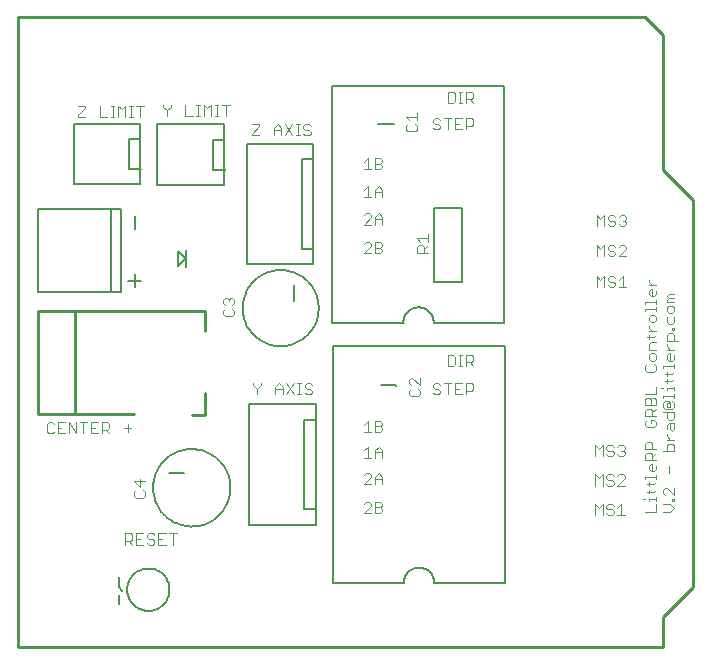
<source format=gto>
G75*
%MOIN*%
%OFA0B0*%
%FSLAX24Y24*%
%IPPOS*%
%LPD*%
%AMOC8*
5,1,8,0,0,1.08239X$1,22.5*
%
%ADD10C,0.0100*%
%ADD11C,0.0030*%
%ADD12C,0.0080*%
%ADD13C,0.0060*%
D10*
X000150Y000150D02*
X000150Y021150D01*
X021050Y021150D01*
X021650Y020550D01*
X021650Y016050D01*
X022650Y015050D01*
X022650Y002150D01*
X021650Y001150D01*
X021650Y000150D01*
X000150Y000150D01*
X000795Y007895D02*
X002035Y007895D01*
X002035Y011305D01*
X000795Y011340D02*
X000795Y007895D01*
X002035Y007895D02*
X003990Y007895D01*
X005930Y007885D02*
X006375Y007885D01*
X006375Y008620D01*
X006375Y010660D02*
X006375Y011340D01*
X000795Y011340D01*
X003240Y014730D02*
X003250Y014730D01*
X004200Y016075D02*
X004200Y016080D01*
X001990Y017565D02*
X001985Y017565D01*
X006995Y016060D02*
X006995Y016055D01*
D11*
X007930Y017190D02*
X008177Y017190D01*
X007930Y017190D02*
X007930Y017252D01*
X008177Y017499D01*
X008177Y017560D01*
X007930Y017560D01*
X007186Y018215D02*
X006939Y018215D01*
X006817Y018215D02*
X006694Y018215D01*
X006756Y018215D02*
X006756Y017845D01*
X006817Y017845D02*
X006694Y017845D01*
X006572Y017845D02*
X006572Y018215D01*
X006449Y018092D01*
X006325Y018215D01*
X006325Y017845D01*
X006203Y017845D02*
X006080Y017845D01*
X006142Y017845D02*
X006142Y018215D01*
X006203Y018215D02*
X006080Y018215D01*
X005712Y018215D02*
X005712Y017845D01*
X005959Y017845D01*
X005222Y018154D02*
X005098Y018030D01*
X005098Y017845D01*
X005098Y018030D02*
X004975Y018154D01*
X004975Y018215D01*
X005222Y018215D02*
X005222Y018154D01*
X004331Y018180D02*
X004084Y018180D01*
X003962Y018180D02*
X003839Y018180D01*
X003901Y018180D02*
X003901Y017810D01*
X003962Y017810D02*
X003839Y017810D01*
X003717Y017810D02*
X003717Y018180D01*
X003594Y018057D01*
X003470Y018180D01*
X003470Y017810D01*
X003348Y017810D02*
X003225Y017810D01*
X003287Y017810D02*
X003287Y018180D01*
X003348Y018180D02*
X003225Y018180D01*
X002857Y018180D02*
X002857Y017810D01*
X003104Y017810D01*
X002367Y017810D02*
X002120Y017810D01*
X002120Y017872D01*
X002367Y018119D01*
X002367Y018180D01*
X002120Y018180D01*
X004208Y018180D02*
X004208Y017810D01*
X007063Y017845D02*
X007063Y018215D01*
X008667Y017437D02*
X008667Y017190D01*
X008667Y017375D02*
X008914Y017375D01*
X008914Y017437D02*
X008914Y017190D01*
X009035Y017190D02*
X009282Y017560D01*
X009403Y017560D02*
X009527Y017560D01*
X009465Y017560D02*
X009465Y017190D01*
X009403Y017190D02*
X009527Y017190D01*
X009649Y017252D02*
X009711Y017190D01*
X009834Y017190D01*
X009896Y017252D01*
X009896Y017313D01*
X009834Y017375D01*
X009711Y017375D01*
X009649Y017437D01*
X009649Y017499D01*
X009711Y017560D01*
X009834Y017560D01*
X009896Y017499D01*
X009282Y017190D02*
X009035Y017560D01*
X008914Y017437D02*
X008790Y017560D01*
X008667Y017437D01*
X011665Y016312D02*
X011788Y016435D01*
X011788Y016065D01*
X011665Y016065D02*
X011912Y016065D01*
X012033Y016065D02*
X012218Y016065D01*
X012280Y016127D01*
X012280Y016188D01*
X012218Y016250D01*
X012033Y016250D01*
X012033Y016065D02*
X012033Y016435D01*
X012218Y016435D01*
X012280Y016374D01*
X012280Y016312D01*
X012218Y016250D01*
X012157Y015500D02*
X012033Y015377D01*
X012033Y015130D01*
X011912Y015130D02*
X011665Y015130D01*
X011788Y015130D02*
X011788Y015500D01*
X011665Y015377D01*
X012033Y015315D02*
X012280Y015315D01*
X012280Y015377D02*
X012280Y015130D01*
X012280Y015377D02*
X012157Y015500D01*
X012157Y014590D02*
X012280Y014467D01*
X012280Y014220D01*
X012280Y014405D02*
X012033Y014405D01*
X012033Y014467D02*
X012157Y014590D01*
X012033Y014467D02*
X012033Y014220D01*
X011912Y014220D02*
X011665Y014220D01*
X011912Y014467D01*
X011912Y014529D01*
X011850Y014590D01*
X011727Y014590D01*
X011665Y014529D01*
X011727Y013635D02*
X011665Y013574D01*
X011727Y013635D02*
X011850Y013635D01*
X011912Y013574D01*
X011912Y013512D01*
X011665Y013265D01*
X011912Y013265D01*
X012033Y013265D02*
X012218Y013265D01*
X012280Y013327D01*
X012280Y013388D01*
X012218Y013450D01*
X012033Y013450D01*
X012033Y013265D02*
X012033Y013635D01*
X012218Y013635D01*
X012280Y013574D01*
X012280Y013512D01*
X012218Y013450D01*
X013425Y013465D02*
X013425Y013280D01*
X013795Y013280D01*
X013672Y013280D02*
X013672Y013465D01*
X013610Y013527D01*
X013486Y013527D01*
X013425Y013465D01*
X013548Y013648D02*
X013425Y013772D01*
X013795Y013772D01*
X013795Y013895D02*
X013795Y013648D01*
X013795Y013527D02*
X013672Y013403D01*
X014453Y009880D02*
X014638Y009880D01*
X014700Y009819D01*
X014700Y009572D01*
X014638Y009510D01*
X014453Y009510D01*
X014453Y009880D01*
X014821Y009880D02*
X014945Y009880D01*
X014883Y009880D02*
X014883Y009510D01*
X014821Y009510D02*
X014945Y009510D01*
X015067Y009510D02*
X015067Y009880D01*
X015252Y009880D01*
X015314Y009819D01*
X015314Y009695D01*
X015252Y009633D01*
X015067Y009633D01*
X015190Y009633D02*
X015314Y009510D01*
X015252Y008930D02*
X015314Y008869D01*
X015314Y008745D01*
X015252Y008683D01*
X015067Y008683D01*
X015067Y008560D02*
X015067Y008930D01*
X015252Y008930D01*
X014945Y008930D02*
X014698Y008930D01*
X014698Y008560D01*
X014945Y008560D01*
X014822Y008745D02*
X014698Y008745D01*
X014577Y008930D02*
X014330Y008930D01*
X014453Y008930D02*
X014453Y008560D01*
X014209Y008622D02*
X014147Y008560D01*
X014023Y008560D01*
X013962Y008622D01*
X014023Y008745D02*
X014147Y008745D01*
X014209Y008683D01*
X014209Y008622D01*
X014023Y008745D02*
X013962Y008807D01*
X013962Y008869D01*
X014023Y008930D01*
X014147Y008930D01*
X014209Y008869D01*
X013530Y008863D02*
X013283Y009110D01*
X013221Y009110D01*
X013160Y009048D01*
X013160Y008925D01*
X013221Y008863D01*
X013221Y008742D02*
X013160Y008680D01*
X013160Y008557D01*
X013221Y008495D01*
X013468Y008495D01*
X013530Y008557D01*
X013530Y008680D01*
X013468Y008742D01*
X013530Y008863D02*
X013530Y009110D01*
X012218Y007675D02*
X012280Y007614D01*
X012280Y007552D01*
X012218Y007490D01*
X012033Y007490D01*
X012033Y007305D02*
X012218Y007305D01*
X012280Y007367D01*
X012280Y007428D01*
X012218Y007490D01*
X012218Y007675D02*
X012033Y007675D01*
X012033Y007305D01*
X011912Y007305D02*
X011665Y007305D01*
X011788Y007305D02*
X011788Y007675D01*
X011665Y007552D01*
X011788Y006820D02*
X011788Y006450D01*
X011665Y006450D02*
X011912Y006450D01*
X012033Y006450D02*
X012033Y006697D01*
X012157Y006820D01*
X012280Y006697D01*
X012280Y006450D01*
X012280Y006635D02*
X012033Y006635D01*
X011788Y006820D02*
X011665Y006697D01*
X011727Y005935D02*
X011665Y005874D01*
X011727Y005935D02*
X011850Y005935D01*
X011912Y005874D01*
X011912Y005812D01*
X011665Y005565D01*
X011912Y005565D01*
X012033Y005565D02*
X012033Y005812D01*
X012157Y005935D01*
X012280Y005812D01*
X012280Y005565D01*
X012280Y005750D02*
X012033Y005750D01*
X012033Y004975D02*
X012218Y004975D01*
X012280Y004914D01*
X012280Y004852D01*
X012218Y004790D01*
X012033Y004790D01*
X011912Y004852D02*
X011912Y004914D01*
X011850Y004975D01*
X011727Y004975D01*
X011665Y004914D01*
X011912Y004852D02*
X011665Y004605D01*
X011912Y004605D01*
X012033Y004605D02*
X012218Y004605D01*
X012280Y004667D01*
X012280Y004728D01*
X012218Y004790D01*
X012033Y004605D02*
X012033Y004975D01*
X009879Y008560D02*
X009756Y008560D01*
X009694Y008622D01*
X009572Y008560D02*
X009448Y008560D01*
X009510Y008560D02*
X009510Y008930D01*
X009448Y008930D02*
X009572Y008930D01*
X009694Y008869D02*
X009694Y008807D01*
X009756Y008745D01*
X009879Y008745D01*
X009941Y008683D01*
X009941Y008622D01*
X009879Y008560D01*
X009941Y008869D02*
X009879Y008930D01*
X009756Y008930D01*
X009694Y008869D01*
X009327Y008930D02*
X009080Y008560D01*
X008959Y008560D02*
X008959Y008807D01*
X008835Y008930D01*
X008712Y008807D01*
X008712Y008560D01*
X008712Y008745D02*
X008959Y008745D01*
X009080Y008930D02*
X009327Y008560D01*
X008222Y008869D02*
X008222Y008930D01*
X008222Y008869D02*
X008098Y008745D01*
X008098Y008560D01*
X008098Y008745D02*
X007975Y008869D01*
X007975Y008930D01*
X007278Y011165D02*
X007031Y011165D01*
X006970Y011227D01*
X006970Y011350D01*
X007031Y011412D01*
X007031Y011533D02*
X006970Y011595D01*
X006970Y011718D01*
X007031Y011780D01*
X007093Y011780D01*
X007155Y011718D01*
X007217Y011780D01*
X007278Y011780D01*
X007340Y011718D01*
X007340Y011595D01*
X007278Y011533D01*
X007278Y011412D02*
X007340Y011350D01*
X007340Y011227D01*
X007278Y011165D01*
X007155Y011657D02*
X007155Y011718D01*
X003792Y007569D02*
X003792Y007322D01*
X003915Y007445D02*
X003668Y007445D01*
X003178Y007445D02*
X003117Y007383D01*
X002932Y007383D01*
X002932Y007260D02*
X002932Y007630D01*
X003117Y007630D01*
X003178Y007569D01*
X003178Y007445D01*
X003055Y007383D02*
X003178Y007260D01*
X002810Y007260D02*
X002563Y007260D01*
X002563Y007630D01*
X002810Y007630D01*
X002687Y007445D02*
X002563Y007445D01*
X002442Y007630D02*
X002195Y007630D01*
X002074Y007630D02*
X002074Y007260D01*
X001827Y007630D01*
X001827Y007260D01*
X001705Y007260D02*
X001458Y007260D01*
X001458Y007630D01*
X001705Y007630D01*
X001582Y007445D02*
X001458Y007445D01*
X001337Y007322D02*
X001275Y007260D01*
X001152Y007260D01*
X001090Y007322D01*
X001090Y007569D01*
X001152Y007630D01*
X001275Y007630D01*
X001337Y007569D01*
X002318Y007630D02*
X002318Y007260D01*
X004010Y005673D02*
X004195Y005488D01*
X004195Y005735D01*
X004380Y005673D02*
X004010Y005673D01*
X004071Y005367D02*
X004010Y005305D01*
X004010Y005182D01*
X004071Y005120D01*
X004318Y005120D01*
X004380Y005182D01*
X004380Y005305D01*
X004318Y005367D01*
X004315Y003925D02*
X004068Y003925D01*
X004068Y003555D01*
X004315Y003555D01*
X004437Y003617D02*
X004498Y003555D01*
X004622Y003555D01*
X004684Y003617D01*
X004684Y003678D01*
X004622Y003740D01*
X004498Y003740D01*
X004437Y003802D01*
X004437Y003864D01*
X004498Y003925D01*
X004622Y003925D01*
X004684Y003864D01*
X004805Y003925D02*
X004805Y003555D01*
X005052Y003555D01*
X004928Y003740D02*
X004805Y003740D01*
X004805Y003925D02*
X005052Y003925D01*
X005173Y003925D02*
X005420Y003925D01*
X005297Y003925D02*
X005297Y003555D01*
X004192Y003740D02*
X004068Y003740D01*
X003947Y003740D02*
X003885Y003678D01*
X003700Y003678D01*
X003700Y003555D02*
X003700Y003925D01*
X003885Y003925D01*
X003947Y003864D01*
X003947Y003740D01*
X003823Y003678D02*
X003947Y003555D01*
X013121Y017325D02*
X013368Y017325D01*
X013430Y017387D01*
X013430Y017510D01*
X013368Y017572D01*
X013430Y017693D02*
X013430Y017940D01*
X013430Y017817D02*
X013060Y017817D01*
X013183Y017693D01*
X013121Y017572D02*
X013060Y017510D01*
X013060Y017387D01*
X013121Y017325D01*
X013962Y017452D02*
X014023Y017390D01*
X014147Y017390D01*
X014209Y017452D01*
X014209Y017513D01*
X014147Y017575D01*
X014023Y017575D01*
X013962Y017637D01*
X013962Y017699D01*
X014023Y017760D01*
X014147Y017760D01*
X014209Y017699D01*
X014330Y017760D02*
X014577Y017760D01*
X014698Y017760D02*
X014698Y017390D01*
X014945Y017390D01*
X015067Y017390D02*
X015067Y017760D01*
X015252Y017760D01*
X015314Y017699D01*
X015314Y017575D01*
X015252Y017513D01*
X015067Y017513D01*
X014822Y017575D02*
X014698Y017575D01*
X014698Y017760D02*
X014945Y017760D01*
X014453Y017760D02*
X014453Y017390D01*
X014453Y018285D02*
X014638Y018285D01*
X014700Y018347D01*
X014700Y018594D01*
X014638Y018655D01*
X014453Y018655D01*
X014453Y018285D01*
X014821Y018285D02*
X014945Y018285D01*
X014883Y018285D02*
X014883Y018655D01*
X014821Y018655D02*
X014945Y018655D01*
X015067Y018655D02*
X015252Y018655D01*
X015314Y018594D01*
X015314Y018470D01*
X015252Y018408D01*
X015067Y018408D01*
X015067Y018285D02*
X015067Y018655D01*
X015190Y018408D02*
X015314Y018285D01*
X019425Y014540D02*
X019548Y014417D01*
X019672Y014540D01*
X019672Y014170D01*
X019793Y014232D02*
X019855Y014170D01*
X019978Y014170D01*
X020040Y014232D01*
X020040Y014293D01*
X019978Y014355D01*
X019855Y014355D01*
X019793Y014417D01*
X019793Y014479D01*
X019855Y014540D01*
X019978Y014540D01*
X020040Y014479D01*
X020162Y014479D02*
X020223Y014540D01*
X020347Y014540D01*
X020409Y014479D01*
X020409Y014417D01*
X020347Y014355D01*
X020409Y014293D01*
X020409Y014232D01*
X020347Y014170D01*
X020223Y014170D01*
X020162Y014232D01*
X020285Y014355D02*
X020347Y014355D01*
X020347Y013535D02*
X020223Y013535D01*
X020162Y013474D01*
X020040Y013474D02*
X019978Y013535D01*
X019855Y013535D01*
X019793Y013474D01*
X019793Y013412D01*
X019855Y013350D01*
X019978Y013350D01*
X020040Y013288D01*
X020040Y013227D01*
X019978Y013165D01*
X019855Y013165D01*
X019793Y013227D01*
X019672Y013165D02*
X019672Y013535D01*
X019548Y013412D01*
X019425Y013535D01*
X019425Y013165D01*
X019425Y012505D02*
X019548Y012382D01*
X019672Y012505D01*
X019672Y012135D01*
X019793Y012197D02*
X019855Y012135D01*
X019978Y012135D01*
X020040Y012197D01*
X020040Y012258D01*
X019978Y012320D01*
X019855Y012320D01*
X019793Y012382D01*
X019793Y012444D01*
X019855Y012505D01*
X019978Y012505D01*
X020040Y012444D01*
X020162Y012382D02*
X020285Y012505D01*
X020285Y012135D01*
X020162Y012135D02*
X020409Y012135D01*
X021158Y012195D02*
X021405Y012195D01*
X021282Y012195D02*
X021158Y012319D01*
X021158Y012381D01*
X021220Y012074D02*
X021158Y012012D01*
X021158Y011889D01*
X021220Y011827D01*
X021343Y011827D01*
X021405Y011889D01*
X021405Y012012D01*
X021282Y012074D02*
X021282Y011827D01*
X021405Y011705D02*
X021405Y011582D01*
X021405Y011643D02*
X021035Y011643D01*
X021035Y011582D01*
X021035Y011398D02*
X021405Y011398D01*
X021405Y011459D02*
X021405Y011336D01*
X021343Y011215D02*
X021220Y011215D01*
X021158Y011153D01*
X021158Y011029D01*
X021220Y010968D01*
X021343Y010968D01*
X021405Y011029D01*
X021405Y011153D01*
X021343Y011215D01*
X021035Y011336D02*
X021035Y011398D01*
X021158Y010846D02*
X021158Y010784D01*
X021282Y010661D01*
X021405Y010661D02*
X021158Y010661D01*
X021158Y010539D02*
X021158Y010415D01*
X021096Y010477D02*
X021343Y010477D01*
X021405Y010539D01*
X021405Y010294D02*
X021220Y010294D01*
X021158Y010232D01*
X021158Y010047D01*
X021405Y010047D01*
X021343Y009926D02*
X021220Y009926D01*
X021158Y009864D01*
X021158Y009740D01*
X021220Y009679D01*
X021343Y009679D01*
X021405Y009740D01*
X021405Y009864D01*
X021343Y009926D01*
X021343Y009557D02*
X021405Y009495D01*
X021405Y009372D01*
X021343Y009310D01*
X021096Y009310D01*
X021035Y009372D01*
X021035Y009495D01*
X021096Y009557D01*
X021635Y009495D02*
X022005Y009495D01*
X022005Y009433D02*
X022005Y009557D01*
X021943Y009679D02*
X021820Y009679D01*
X021758Y009740D01*
X021758Y009864D01*
X021820Y009926D01*
X021882Y009926D01*
X021882Y009679D01*
X021943Y009679D02*
X022005Y009740D01*
X022005Y009864D01*
X022005Y010047D02*
X021758Y010047D01*
X021758Y010170D02*
X021758Y010232D01*
X021758Y010170D02*
X021882Y010047D01*
X022005Y010354D02*
X022005Y010539D01*
X021943Y010601D01*
X021820Y010601D01*
X021758Y010539D01*
X021758Y010354D01*
X022128Y010354D01*
X022005Y010722D02*
X022005Y010784D01*
X021943Y010784D01*
X021943Y010722D01*
X022005Y010722D01*
X021943Y010906D02*
X021820Y010906D01*
X021758Y010968D01*
X021758Y011153D01*
X021820Y011275D02*
X021943Y011275D01*
X022005Y011336D01*
X022005Y011460D01*
X021943Y011522D01*
X021820Y011522D01*
X021758Y011460D01*
X021758Y011336D01*
X021820Y011275D01*
X022005Y011153D02*
X022005Y010968D01*
X021943Y010906D01*
X022005Y011643D02*
X021758Y011643D01*
X021758Y011705D01*
X021820Y011766D01*
X021758Y011828D01*
X021820Y011890D01*
X022005Y011890D01*
X022005Y011766D02*
X021820Y011766D01*
X021282Y012074D02*
X021220Y012074D01*
X020409Y013165D02*
X020162Y013165D01*
X020409Y013412D01*
X020409Y013474D01*
X020347Y013535D01*
X019425Y014170D02*
X019425Y014540D01*
X019425Y012505D02*
X019425Y012135D01*
X021635Y009495D02*
X021635Y009433D01*
X021758Y009311D02*
X021758Y009188D01*
X021696Y009249D02*
X021943Y009249D01*
X022005Y009311D01*
X022005Y009065D02*
X021943Y009004D01*
X021696Y009004D01*
X021758Y009065D02*
X021758Y008942D01*
X021758Y008758D02*
X022005Y008758D01*
X022005Y008696D02*
X022005Y008820D01*
X022005Y008574D02*
X022005Y008451D01*
X022005Y008513D02*
X021635Y008513D01*
X021635Y008451D01*
X021696Y008329D02*
X021635Y008268D01*
X021635Y008144D01*
X021696Y008083D01*
X021943Y008083D01*
X022005Y008144D01*
X022005Y008268D01*
X021943Y008329D01*
X021882Y008268D02*
X021758Y008268D01*
X021758Y008144D01*
X021882Y008144D01*
X021882Y008268D01*
X021820Y008329D01*
X021696Y008329D01*
X021758Y008696D02*
X021758Y008758D01*
X021635Y008758D02*
X021573Y008758D01*
X021405Y008821D02*
X021405Y008574D01*
X021035Y008574D01*
X021096Y008452D02*
X021158Y008452D01*
X021220Y008391D01*
X021220Y008205D01*
X021220Y008084D02*
X021096Y008084D01*
X021035Y008022D01*
X021035Y007837D01*
X021405Y007837D01*
X021282Y007837D02*
X021282Y008022D01*
X021220Y008084D01*
X021282Y007960D02*
X021405Y008084D01*
X021405Y008205D02*
X021035Y008205D01*
X021035Y008391D01*
X021096Y008452D01*
X021220Y008391D02*
X021282Y008452D01*
X021343Y008452D01*
X021405Y008391D01*
X021405Y008205D01*
X021635Y007961D02*
X022005Y007961D01*
X022005Y007776D01*
X021943Y007714D01*
X021820Y007714D01*
X021758Y007776D01*
X021758Y007961D01*
X021820Y007593D02*
X022005Y007593D01*
X022005Y007408D01*
X021943Y007346D01*
X021882Y007408D01*
X021882Y007593D01*
X021820Y007593D02*
X021758Y007531D01*
X021758Y007408D01*
X021758Y007224D02*
X021758Y007162D01*
X021882Y007039D01*
X022005Y007039D02*
X021758Y007039D01*
X021820Y006918D02*
X021758Y006856D01*
X021758Y006671D01*
X021635Y006671D02*
X022005Y006671D01*
X022005Y006856D01*
X021943Y006918D01*
X021820Y006918D01*
X021405Y006732D02*
X021035Y006732D01*
X021035Y006917D01*
X021096Y006979D01*
X021220Y006979D01*
X021282Y006917D01*
X021282Y006732D01*
X021220Y006611D02*
X021282Y006549D01*
X021282Y006364D01*
X021282Y006242D02*
X021282Y005995D01*
X021343Y005995D02*
X021220Y005995D01*
X021158Y006057D01*
X021158Y006181D01*
X021220Y006242D01*
X021282Y006242D01*
X021405Y006181D02*
X021405Y006057D01*
X021343Y005995D01*
X021405Y005873D02*
X021405Y005750D01*
X021405Y005812D02*
X021035Y005812D01*
X021035Y005750D01*
X021158Y005628D02*
X021158Y005504D01*
X021096Y005566D02*
X021343Y005566D01*
X021405Y005628D01*
X021405Y005382D02*
X021343Y005321D01*
X021096Y005321D01*
X021158Y005382D02*
X021158Y005259D01*
X021158Y005075D02*
X021405Y005075D01*
X021405Y005013D02*
X021405Y005137D01*
X021158Y005075D02*
X021158Y005013D01*
X021035Y005075D02*
X020973Y005075D01*
X021035Y004645D02*
X021405Y004645D01*
X021405Y004892D01*
X021635Y004892D02*
X021882Y004892D01*
X022005Y004768D01*
X021882Y004645D01*
X021635Y004645D01*
X021943Y005013D02*
X021943Y005075D01*
X022005Y005075D01*
X022005Y005013D01*
X021943Y005013D01*
X022005Y005197D02*
X021758Y005444D01*
X021696Y005444D01*
X021635Y005383D01*
X021635Y005259D01*
X021696Y005197D01*
X022005Y005197D02*
X022005Y005444D01*
X021820Y005934D02*
X021820Y006181D01*
X021405Y006364D02*
X021035Y006364D01*
X021035Y006549D01*
X021096Y006611D01*
X021220Y006611D01*
X021282Y006487D02*
X021405Y006611D01*
X021343Y007469D02*
X021096Y007469D01*
X021035Y007530D01*
X021035Y007654D01*
X021096Y007716D01*
X021220Y007716D02*
X021220Y007592D01*
X021220Y007716D02*
X021343Y007716D01*
X021405Y007654D01*
X021405Y007530D01*
X021343Y007469D01*
X020359Y006809D02*
X020359Y006747D01*
X020297Y006685D01*
X020359Y006623D01*
X020359Y006562D01*
X020297Y006500D01*
X020173Y006500D01*
X020112Y006562D01*
X019990Y006562D02*
X019990Y006623D01*
X019928Y006685D01*
X019805Y006685D01*
X019743Y006747D01*
X019743Y006809D01*
X019805Y006870D01*
X019928Y006870D01*
X019990Y006809D01*
X020112Y006809D02*
X020173Y006870D01*
X020297Y006870D01*
X020359Y006809D01*
X020297Y006685D02*
X020235Y006685D01*
X019990Y006562D02*
X019928Y006500D01*
X019805Y006500D01*
X019743Y006562D01*
X019622Y006500D02*
X019622Y006870D01*
X019498Y006747D01*
X019375Y006870D01*
X019375Y006500D01*
X019375Y005890D02*
X019498Y005767D01*
X019622Y005890D01*
X019622Y005520D01*
X019743Y005582D02*
X019805Y005520D01*
X019928Y005520D01*
X019990Y005582D01*
X019990Y005643D01*
X019928Y005705D01*
X019805Y005705D01*
X019743Y005767D01*
X019743Y005829D01*
X019805Y005890D01*
X019928Y005890D01*
X019990Y005829D01*
X020112Y005829D02*
X020173Y005890D01*
X020297Y005890D01*
X020359Y005829D01*
X020359Y005767D01*
X020112Y005520D01*
X020359Y005520D01*
X020235Y004910D02*
X020235Y004540D01*
X020112Y004540D02*
X020359Y004540D01*
X020112Y004787D02*
X020235Y004910D01*
X019990Y004849D02*
X019928Y004910D01*
X019805Y004910D01*
X019743Y004849D01*
X019743Y004787D01*
X019805Y004725D01*
X019928Y004725D01*
X019990Y004663D01*
X019990Y004602D01*
X019928Y004540D01*
X019805Y004540D01*
X019743Y004602D01*
X019622Y004540D02*
X019622Y004910D01*
X019498Y004787D01*
X019375Y004910D01*
X019375Y004540D01*
X019375Y005520D02*
X019375Y005890D01*
D12*
X016375Y002265D02*
X016375Y010175D01*
X010620Y010175D01*
X010620Y002275D01*
X012980Y002275D01*
X012990Y002280D02*
X012992Y002324D01*
X012999Y002368D01*
X013009Y002412D01*
X013022Y002454D01*
X013040Y002495D01*
X013061Y002534D01*
X013085Y002572D01*
X013113Y002607D01*
X013143Y002639D01*
X013176Y002669D01*
X013212Y002696D01*
X013249Y002719D01*
X013289Y002739D01*
X013330Y002756D01*
X013373Y002769D01*
X013416Y002778D01*
X013461Y002783D01*
X013505Y002785D01*
X013549Y002783D01*
X013593Y002776D01*
X013637Y002766D01*
X013679Y002753D01*
X013720Y002735D01*
X013759Y002714D01*
X013797Y002690D01*
X013832Y002662D01*
X013864Y002632D01*
X013894Y002599D01*
X013921Y002563D01*
X013944Y002526D01*
X013964Y002486D01*
X013981Y002445D01*
X013994Y002402D01*
X014003Y002359D01*
X014008Y002314D01*
X014010Y002270D01*
X014005Y002265D02*
X016375Y002265D01*
X010055Y004210D02*
X010055Y004730D01*
X009680Y004730D01*
X009680Y007720D01*
X010055Y007720D01*
X010055Y008230D01*
X007840Y008230D01*
X007840Y004200D01*
X007840Y004210D02*
X010055Y004210D01*
X010055Y004730D02*
X010055Y007720D01*
X012220Y008860D02*
X012745Y008860D01*
X012745Y008855D01*
X012980Y010955D02*
X010605Y010955D01*
X010605Y018845D01*
X016350Y018845D01*
X016350Y010955D01*
X013985Y010955D01*
X013990Y010950D02*
X013989Y010994D01*
X013983Y011038D01*
X013974Y011081D01*
X013962Y011124D01*
X013945Y011165D01*
X013925Y011204D01*
X013902Y011242D01*
X013875Y011278D01*
X013846Y011311D01*
X013813Y011341D01*
X013778Y011368D01*
X013741Y011392D01*
X013702Y011413D01*
X013661Y011430D01*
X013619Y011444D01*
X013576Y011454D01*
X013532Y011460D01*
X013487Y011462D01*
X013443Y011460D01*
X013399Y011455D01*
X013356Y011445D01*
X013314Y011432D01*
X013273Y011415D01*
X013233Y011395D01*
X013196Y011371D01*
X013161Y011344D01*
X013128Y011314D01*
X013098Y011281D01*
X013071Y011246D01*
X013047Y011209D01*
X013027Y011169D01*
X013010Y011128D01*
X012997Y011086D01*
X012987Y011043D01*
X012982Y010999D01*
X012980Y010955D01*
X012985Y010955D01*
X014005Y012305D02*
X014005Y014775D01*
X014945Y014775D01*
X014945Y012305D01*
X014010Y012305D01*
X009970Y012905D02*
X009970Y016900D01*
X007775Y016900D01*
X007775Y012905D01*
X007780Y012905D02*
X009970Y012905D01*
X009975Y013420D02*
X009615Y013420D01*
X009615Y016415D01*
X009980Y016415D01*
X012145Y017575D02*
X012675Y017575D01*
X012675Y017585D01*
X006990Y017560D02*
X006990Y015555D01*
X004790Y015555D01*
X004780Y015555D02*
X004780Y017560D01*
X006990Y017560D01*
X006980Y017050D02*
X006630Y017050D01*
X006630Y016055D01*
X006995Y016055D01*
X004200Y016075D02*
X003830Y016075D01*
X003830Y017075D01*
X004195Y017075D01*
X004195Y015575D01*
X001990Y015575D01*
X001990Y017565D01*
X004195Y017565D01*
X004195Y017075D01*
X003560Y014750D02*
X003560Y011985D01*
X000800Y011985D01*
X000800Y014735D01*
X000795Y014750D02*
X003560Y014750D01*
X003240Y014730D02*
X003240Y012010D01*
X005480Y012850D02*
X005480Y013320D01*
X005485Y013325D01*
X005485Y013320D01*
X005720Y013085D01*
X005720Y012815D01*
X005480Y012850D02*
X005715Y013085D01*
X005720Y013085D02*
X005720Y013370D01*
X007622Y011435D02*
X007624Y011506D01*
X007630Y011577D01*
X007640Y011647D01*
X007654Y011717D01*
X007672Y011786D01*
X007693Y011854D01*
X007719Y011920D01*
X007748Y011985D01*
X007780Y012048D01*
X007816Y012110D01*
X007856Y012169D01*
X007899Y012226D01*
X007945Y012280D01*
X007993Y012332D01*
X008045Y012380D01*
X008099Y012426D01*
X008156Y012469D01*
X008215Y012509D01*
X008277Y012545D01*
X008340Y012577D01*
X008405Y012606D01*
X008471Y012632D01*
X008539Y012653D01*
X008608Y012671D01*
X008678Y012685D01*
X008748Y012695D01*
X008819Y012701D01*
X008890Y012703D01*
X008961Y012701D01*
X009032Y012695D01*
X009102Y012685D01*
X009172Y012671D01*
X009241Y012653D01*
X009309Y012632D01*
X009375Y012606D01*
X009440Y012577D01*
X009503Y012545D01*
X009565Y012509D01*
X009624Y012469D01*
X009681Y012426D01*
X009735Y012380D01*
X009787Y012332D01*
X009835Y012280D01*
X009881Y012226D01*
X009924Y012169D01*
X009964Y012110D01*
X010000Y012048D01*
X010032Y011985D01*
X010061Y011920D01*
X010087Y011854D01*
X010108Y011786D01*
X010126Y011717D01*
X010140Y011647D01*
X010150Y011577D01*
X010156Y011506D01*
X010158Y011435D01*
X010156Y011364D01*
X010150Y011293D01*
X010140Y011223D01*
X010126Y011153D01*
X010108Y011084D01*
X010087Y011016D01*
X010061Y010950D01*
X010032Y010885D01*
X010000Y010822D01*
X009964Y010760D01*
X009924Y010701D01*
X009881Y010644D01*
X009835Y010590D01*
X009787Y010538D01*
X009735Y010490D01*
X009681Y010444D01*
X009624Y010401D01*
X009565Y010361D01*
X009503Y010325D01*
X009440Y010293D01*
X009375Y010264D01*
X009309Y010238D01*
X009241Y010217D01*
X009172Y010199D01*
X009102Y010185D01*
X009032Y010175D01*
X008961Y010169D01*
X008890Y010167D01*
X008819Y010169D01*
X008748Y010175D01*
X008678Y010185D01*
X008608Y010199D01*
X008539Y010217D01*
X008471Y010238D01*
X008405Y010264D01*
X008340Y010293D01*
X008277Y010325D01*
X008215Y010361D01*
X008156Y010401D01*
X008099Y010444D01*
X008045Y010490D01*
X007993Y010538D01*
X007945Y010590D01*
X007899Y010644D01*
X007856Y010701D01*
X007816Y010760D01*
X007780Y010822D01*
X007748Y010885D01*
X007719Y010950D01*
X007693Y011016D01*
X007672Y011084D01*
X007654Y011153D01*
X007640Y011223D01*
X007630Y011293D01*
X007624Y011364D01*
X007622Y011435D01*
X009350Y011685D02*
X009350Y012195D01*
X005675Y005945D02*
X005175Y005945D01*
X004635Y005445D02*
X004637Y005517D01*
X004643Y005588D01*
X004653Y005659D01*
X004667Y005730D01*
X004685Y005799D01*
X004706Y005867D01*
X004731Y005935D01*
X004761Y006000D01*
X004793Y006064D01*
X004829Y006126D01*
X004869Y006186D01*
X004912Y006243D01*
X004958Y006298D01*
X005007Y006351D01*
X005058Y006400D01*
X005113Y006447D01*
X005170Y006491D01*
X005229Y006531D01*
X005290Y006568D01*
X005354Y006602D01*
X005419Y006632D01*
X005486Y006658D01*
X005554Y006680D01*
X005623Y006699D01*
X005693Y006714D01*
X005764Y006725D01*
X005835Y006732D01*
X005907Y006735D01*
X005979Y006734D01*
X006050Y006729D01*
X006121Y006720D01*
X006192Y006707D01*
X006262Y006690D01*
X006330Y006670D01*
X006398Y006645D01*
X006464Y006617D01*
X006528Y006585D01*
X006591Y006550D01*
X006651Y006511D01*
X006709Y006469D01*
X006765Y006424D01*
X006818Y006376D01*
X006868Y006325D01*
X006916Y006271D01*
X006960Y006215D01*
X007001Y006156D01*
X007039Y006095D01*
X007074Y006032D01*
X007104Y005968D01*
X007132Y005901D01*
X007155Y005833D01*
X007175Y005764D01*
X007191Y005694D01*
X007203Y005624D01*
X007211Y005552D01*
X007215Y005481D01*
X007215Y005409D01*
X007211Y005338D01*
X007203Y005266D01*
X007191Y005196D01*
X007175Y005126D01*
X007155Y005057D01*
X007132Y004989D01*
X007104Y004922D01*
X007074Y004858D01*
X007039Y004795D01*
X007001Y004734D01*
X006960Y004675D01*
X006916Y004619D01*
X006868Y004565D01*
X006818Y004514D01*
X006765Y004466D01*
X006709Y004421D01*
X006651Y004379D01*
X006591Y004340D01*
X006528Y004305D01*
X006464Y004273D01*
X006398Y004245D01*
X006330Y004220D01*
X006262Y004200D01*
X006192Y004183D01*
X006121Y004170D01*
X006050Y004161D01*
X005979Y004156D01*
X005907Y004155D01*
X005835Y004158D01*
X005764Y004165D01*
X005693Y004176D01*
X005623Y004191D01*
X005554Y004210D01*
X005486Y004232D01*
X005419Y004258D01*
X005354Y004288D01*
X005290Y004322D01*
X005229Y004359D01*
X005170Y004399D01*
X005113Y004443D01*
X005058Y004490D01*
X005007Y004539D01*
X004958Y004592D01*
X004912Y004647D01*
X004869Y004704D01*
X004829Y004764D01*
X004793Y004826D01*
X004761Y004890D01*
X004731Y004955D01*
X004706Y005023D01*
X004685Y005091D01*
X004667Y005160D01*
X004653Y005231D01*
X004643Y005302D01*
X004637Y005373D01*
X004635Y005445D01*
X003495Y002480D02*
X003495Y002130D01*
X003605Y002020D01*
X003495Y001865D02*
X003495Y001565D01*
X003776Y002050D02*
X003778Y002103D01*
X003784Y002155D01*
X003794Y002207D01*
X003807Y002258D01*
X003825Y002307D01*
X003846Y002355D01*
X003870Y002402D01*
X003898Y002447D01*
X003930Y002489D01*
X003964Y002529D01*
X004001Y002566D01*
X004041Y002600D01*
X004083Y002632D01*
X004128Y002660D01*
X004175Y002684D01*
X004223Y002705D01*
X004272Y002723D01*
X004323Y002736D01*
X004375Y002746D01*
X004427Y002752D01*
X004480Y002754D01*
X004533Y002752D01*
X004585Y002746D01*
X004637Y002736D01*
X004688Y002723D01*
X004737Y002705D01*
X004785Y002684D01*
X004832Y002660D01*
X004877Y002632D01*
X004919Y002600D01*
X004959Y002566D01*
X004996Y002529D01*
X005030Y002489D01*
X005062Y002447D01*
X005090Y002402D01*
X005114Y002355D01*
X005135Y002307D01*
X005153Y002258D01*
X005166Y002207D01*
X005176Y002155D01*
X005182Y002103D01*
X005184Y002050D01*
X005182Y001997D01*
X005176Y001945D01*
X005166Y001893D01*
X005153Y001842D01*
X005135Y001793D01*
X005114Y001745D01*
X005090Y001698D01*
X005062Y001653D01*
X005030Y001611D01*
X004996Y001571D01*
X004959Y001534D01*
X004919Y001500D01*
X004877Y001468D01*
X004832Y001440D01*
X004785Y001416D01*
X004737Y001395D01*
X004688Y001377D01*
X004637Y001364D01*
X004585Y001354D01*
X004533Y001348D01*
X004480Y001346D01*
X004427Y001348D01*
X004375Y001354D01*
X004323Y001364D01*
X004272Y001377D01*
X004223Y001395D01*
X004175Y001416D01*
X004128Y001440D01*
X004083Y001468D01*
X004041Y001500D01*
X004001Y001534D01*
X003964Y001571D01*
X003930Y001611D01*
X003898Y001653D01*
X003870Y001698D01*
X003846Y001745D01*
X003825Y001793D01*
X003807Y001842D01*
X003794Y001893D01*
X003784Y001945D01*
X003778Y001997D01*
X003776Y002050D01*
D13*
X004030Y012135D02*
X004030Y012562D01*
X003816Y012349D02*
X004243Y012349D01*
X004030Y014069D02*
X004030Y014496D01*
M02*

</source>
